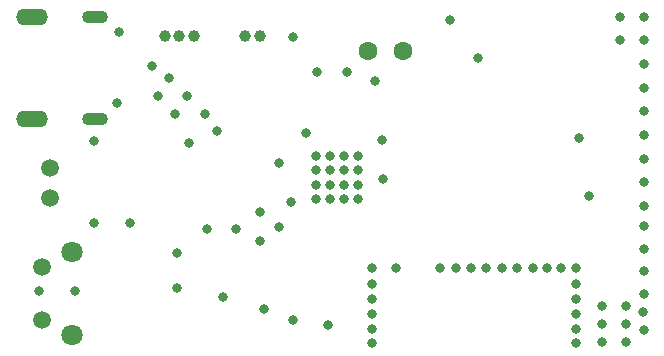
<source format=gbs>
G04*
G04 #@! TF.GenerationSoftware,Altium Limited,Altium Designer,23.8.1 (32)*
G04*
G04 Layer_Color=16711935*
%FSLAX44Y44*%
%MOMM*%
G71*
G04*
G04 #@! TF.SameCoordinates,BD739B87-A4AA-4D6D-BF89-38DACE635197*
G04*
G04*
G04 #@! TF.FilePolarity,Negative*
G04*
G01*
G75*
%ADD62O,2.7000X1.4000*%
%ADD63O,2.2000X1.1000*%
%ADD64C,1.6000*%
%ADD65C,1.0000*%
%ADD66C,1.5000*%
%ADD67C,1.8000*%
%ADD68C,0.1000*%
%ADD69C,0.8000*%
D62*
X-303000Y153800D02*
D03*
Y240200D02*
D03*
D63*
X-249400Y153800D02*
D03*
Y240200D02*
D03*
D64*
X-18500Y211000D02*
D03*
X11500D02*
D03*
D65*
X-110000Y224000D02*
D03*
X-122500D02*
D03*
X-178000D02*
D03*
X-190500D02*
D03*
X-165500D02*
D03*
D66*
X-294000Y-16500D02*
D03*
Y28500D02*
D03*
X-287500Y86250D02*
D03*
Y111750D02*
D03*
D67*
X-269000Y-29000D02*
D03*
Y41000D02*
D03*
D68*
X53500Y103000D02*
D03*
X-146500D02*
D03*
D69*
X200000Y-5000D02*
D03*
X180000D02*
D03*
Y-35000D02*
D03*
X200000D02*
D03*
X56000Y27000D02*
D03*
X43000D02*
D03*
X69000D02*
D03*
X145000D02*
D03*
X133000D02*
D03*
X121000D02*
D03*
X108000D02*
D03*
X82000D02*
D03*
X95000D02*
D03*
X158000Y-36000D02*
D03*
Y-24000D02*
D03*
Y-12000D02*
D03*
Y1000D02*
D03*
Y27000D02*
D03*
Y14000D02*
D03*
X-15000D02*
D03*
Y27000D02*
D03*
Y1000D02*
D03*
Y-12000D02*
D03*
Y-24000D02*
D03*
X-71000Y142000D02*
D03*
X-5500Y103000D02*
D03*
X160500Y137000D02*
D03*
X200000Y-20000D02*
D03*
X180000D02*
D03*
X195000Y220000D02*
D03*
Y240000D02*
D03*
X215000D02*
D03*
Y220000D02*
D03*
Y200000D02*
D03*
Y180000D02*
D03*
Y160000D02*
D03*
Y140000D02*
D03*
Y120000D02*
D03*
Y100000D02*
D03*
Y80000D02*
D03*
X215133Y63014D02*
D03*
X215213Y43608D02*
D03*
X215000Y25000D02*
D03*
Y5000D02*
D03*
X214890Y-10082D02*
D03*
X215000Y-25000D02*
D03*
X5000Y27000D02*
D03*
X-15000Y-36000D02*
D03*
X-81500Y223000D02*
D03*
X-110000Y50000D02*
D03*
X-180000Y40000D02*
D03*
X168500Y88000D02*
D03*
X-36500Y193000D02*
D03*
X-61500D02*
D03*
X-141500Y3000D02*
D03*
X-81500Y-17000D02*
D03*
X-106500Y-7000D02*
D03*
X-180000Y10000D02*
D03*
X-296500Y8000D02*
D03*
X-266500D02*
D03*
X-130000Y60000D02*
D03*
X-110000Y75000D02*
D03*
X-155000Y60000D02*
D03*
X-220000Y65000D02*
D03*
X-250000D02*
D03*
Y135000D02*
D03*
X-146500Y143000D02*
D03*
X-156500Y158000D02*
D03*
X-181500D02*
D03*
X-171500Y173000D02*
D03*
X-196500D02*
D03*
X-186500Y188000D02*
D03*
X-201500Y198000D02*
D03*
X-50500Y98000D02*
D03*
X-38500D02*
D03*
Y110000D02*
D03*
X-50500D02*
D03*
X-62500D02*
D03*
Y98000D02*
D03*
Y86000D02*
D03*
X-50500D02*
D03*
X-38500D02*
D03*
X-26500D02*
D03*
Y98000D02*
D03*
Y110000D02*
D03*
Y122000D02*
D03*
X-38500D02*
D03*
X-50500D02*
D03*
X-62500D02*
D03*
X-229500Y227000D02*
D03*
X-230500Y167000D02*
D03*
X-83500Y83000D02*
D03*
X-6500Y136000D02*
D03*
X-12500Y186000D02*
D03*
X-169500Y133000D02*
D03*
X74500Y205000D02*
D03*
X-52500Y-21000D02*
D03*
X-93500Y62000D02*
D03*
Y116000D02*
D03*
X51500Y237000D02*
D03*
M02*

</source>
